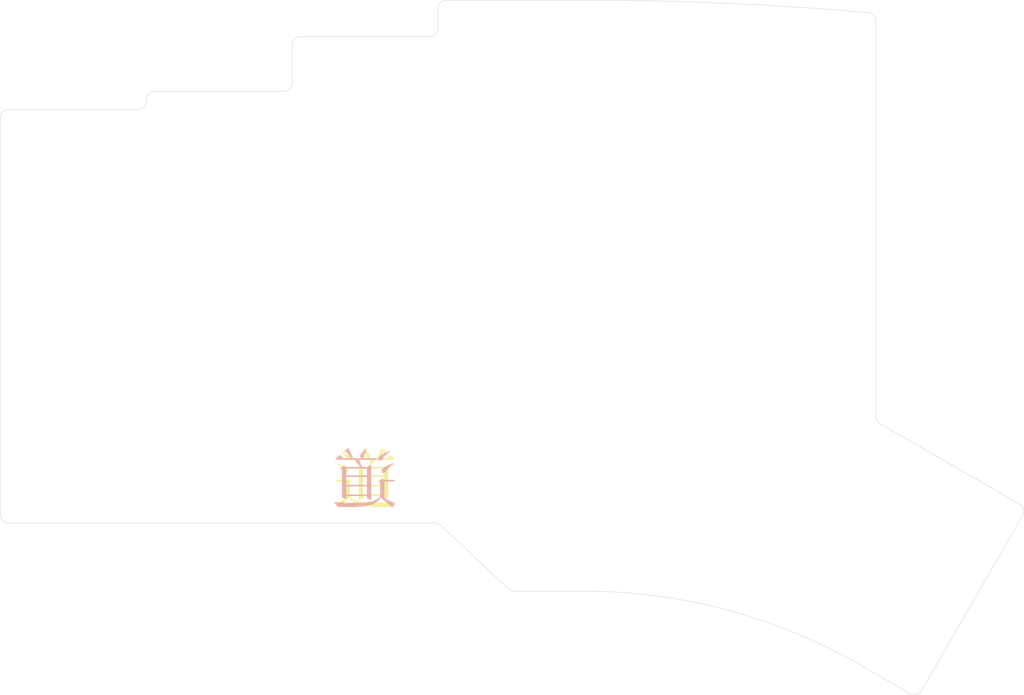
<source format=kicad_pcb>
(kicad_pcb (version 20211014) (generator pcbnew)
  (layers (0 "F.Cu" signal) (31 "B.Cu" signal) (34 "B.Paste" user) (35 "F.Paste" user) (36 "B.SilkS" user "B.Silkscreen") (37 "F.SilkS" user "F.Silkscreen") (38 "B.Mask" user) (39 "F.Mask" user) (44 "Edge.Cuts" user))
  (net 0 "")
  (footprint "dao-choc-ble:Kailh_PG1350_plate_cutout" (layer "F.Cu") (at 9 8.5)
    (fp_text reference "REF**" hide)
    (fp_text value "Kailh_PG1350_plate_cutout" hide)
    (pad "" np_thru_hole oval locked (at 0 6.45) (size 13.9 1) (drill oval 13.9 1) (layers *.Cu *.Mask))
    (pad "" np_thru_hole oval locked (at 6.45 0 90) (size 13.9 1) (drill oval 13.9 1) (layers *.Cu *.Mask))
    (pad "" np_thru_hole oval locked (at -6.45 0 90) (size 13.9 1) (drill oval 13.9 1) (layers *.Cu *.Mask))
    (pad "" np_thru_hole oval locked (at 0 -6.45) (size 13.9 1) (drill oval 13.9 1) (layers *.Cu *.Mask))
  )
  (footprint "dao-choc-ble:Kailh_PG1350_plate_cutout" (layer "F.Cu") (at 9 25.5)
    (fp_text reference "REF**" hide)
    (fp_text value "Kailh_PG1350_plate_cutout" hide)
    (pad "" np_thru_hole oval locked (at 0 -6.45) (size 13.9 1) (drill oval 13.9 1) (layers *.Cu *.Mask))
    (pad "" np_thru_hole oval locked (at 0 6.45) (size 13.9 1) (drill oval 13.9 1) (layers *.Cu *.Mask))
    (pad "" np_thru_hole oval locked (at 6.45 0 90) (size 13.9 1) (drill oval 13.9 1) (layers *.Cu *.Mask))
    (pad "" np_thru_hole oval locked (at -6.45 0 90) (size 13.9 1) (drill oval 13.9 1) (layers *.Cu *.Mask))
  )
  (footprint "dao-choc-ble:Kailh_PG1350_plate_cutout" (layer "F.Cu") (at 9 42.5)
    (fp_text reference "REF**" hide)
    (fp_text value "Kailh_PG1350_plate_cutout" hide)
    (pad "" np_thru_hole oval locked (at 0 6.45) (size 13.9 1) (drill oval 13.9 1) (layers *.Cu *.Mask))
    (pad "" np_thru_hole oval locked (at 6.45 0 90) (size 13.9 1) (drill oval 13.9 1) (layers *.Cu *.Mask))
    (pad "" np_thru_hole oval locked (at 0 -6.45) (size 13.9 1) (drill oval 13.9 1) (layers *.Cu *.Mask))
    (pad "" np_thru_hole oval locked (at -6.45 0 90) (size 13.9 1) (drill oval 13.9 1) (layers *.Cu *.Mask))
  )
  (footprint "dao-choc-ble:Kailh_PG1350_plate_cutout" (layer "F.Cu") (at 27 6.25)
    (fp_text reference "REF**" hide)
    (fp_text value "Kailh_PG1350_plate_cutout" hide)
    (pad "" np_thru_hole oval locked (at 0 6.45) (size 13.9 1) (drill oval 13.9 1) (layers *.Cu *.Mask))
    (pad "" np_thru_hole oval locked (at -6.45 0 90) (size 13.9 1) (drill oval 13.9 1) (layers *.Cu *.Mask))
    (pad "" np_thru_hole oval locked (at 0 -6.45) (size 13.9 1) (drill oval 13.9 1) (layers *.Cu *.Mask))
    (pad "" np_thru_hole oval locked (at 6.45 0 90) (size 13.9 1) (drill oval 13.9 1) (layers *.Cu *.Mask))
  )
  (footprint "dao-choc-ble:Kailh_PG1350_plate_cutout" (layer "F.Cu") (at 27 23.25)
    (fp_text reference "REF**" hide)
    (fp_text value "Kailh_PG1350_plate_cutout" hide)
    (pad "" np_thru_hole oval locked (at -6.45 0 90) (size 13.9 1) (drill oval 13.9 1) (layers *.Cu *.Mask))
    (pad "" np_thru_hole oval locked (at 0 -6.45) (size 13.9 1) (drill oval 13.9 1) (layers *.Cu *.Mask))
    (pad "" np_thru_hole oval locked (at 6.45 0 90) (size 13.9 1) (drill oval 13.9 1) (layers *.Cu *.Mask))
    (pad "" np_thru_hole oval locked (at 0 6.45) (size 13.9 1) (drill oval 13.9 1) (layers *.Cu *.Mask))
  )
  (footprint "dao-choc-ble:Kailh_PG1350_plate_cutout" (layer "F.Cu") (at 27 40.25)
    (fp_text reference "REF**" hide)
    (fp_text value "Kailh_PG1350_plate_cutout" hide)
    (pad "" np_thru_hole oval locked (at 6.45 0 90) (size 13.9 1) (drill oval 13.9 1) (layers *.Cu *.Mask))
    (pad "" np_thru_hole oval locked (at 0 6.45) (size 13.9 1) (drill oval 13.9 1) (layers *.Cu *.Mask))
    (pad "" np_thru_hole oval locked (at 0 -6.45) (size 13.9 1) (drill oval 13.9 1) (layers *.Cu *.Mask))
    (pad "" np_thru_hole oval locked (at -6.45 0 90) (size 13.9 1) (drill oval 13.9 1) (layers *.Cu *.Mask))
  )
  (footprint "dao-choc-ble:Kailh_PG1350_plate_cutout" (layer "F.Cu") (at 45 -0.499999)
    (fp_text reference "REF**" hide)
    (fp_text value "Kailh_PG1350_plate_cutout" hide)
    (pad "" np_thru_hole oval locked (at -6.45 0 90) (size 13.9 1) (drill oval 13.9 1) (layers *.Cu *.Mask))
    (pad "" np_thru_hole oval locked (at 0 6.45) (size 13.9 1) (drill oval 13.9 1) (layers *.Cu *.Mask))
    (pad "" np_thru_hole oval locked (at 6.45 0 90) (size 13.9 1) (drill oval 13.9 1) (layers *.Cu *.Mask))
    (pad "" np_thru_hole oval locked (at 0 -6.45) (size 13.9 1) (drill oval 13.9 1) (layers *.Cu *.Mask))
  )
  (footprint "dao-choc-ble:Kailh_PG1350_plate_cutout" (layer "F.Cu") (at 45 16.500001)
    (fp_text reference "REF**" hide)
    (fp_text value "Kailh_PG1350_plate_cutout" hide)
    (pad "" np_thru_hole oval locked (at -6.45 0 90) (size 13.9 1) (drill oval 13.9 1) (layers *.Cu *.Mask))
    (pad "" np_thru_hole oval locked (at 0 6.45) (size 13.9 1) (drill oval 13.9 1) (layers *.Cu *.Mask))
    (pad "" np_thru_hole oval locked (at 0 -6.45) (size 13.9 1) (drill oval 13.9 1) (layers *.Cu *.Mask))
    (pad "" np_thru_hole oval locked (at 6.45 0 90) (size 13.9 1) (drill oval 13.9 1) (layers *.Cu *.Mask))
  )
  (footprint "dao-choc-ble:Kailh_PG1350_plate_cutout" (layer "F.Cu") (at 45 33.500001)
    (fp_text reference "REF**" hide)
    (fp_text value "Kailh_PG1350_plate_cutout" hide)
    (pad "" np_thru_hole oval locked (at 6.45 0 90) (size 13.9 1) (drill oval 13.9 1) (layers *.Cu *.Mask))
    (pad "" np_thru_hole oval locked (at -6.45 0 90) (size 13.9 1) (drill oval 13.9 1) (layers *.Cu *.Mask))
    (pad "" np_thru_hole oval locked (at 0 6.45) (size 13.9 1) (drill oval 13.9 1) (layers *.Cu *.Mask))
    (pad "" np_thru_hole oval locked (at 0 -6.45) (size 13.9 1) (drill oval 13.9 1) (layers *.Cu *.Mask))
  )
  (footprint "dao-choc-ble:Kailh_PG1350_plate_cutout" (layer "F.Cu") (at 81 -0.499999)
    (fp_text reference "REF**" hide)
    (fp_text value "Kailh_PG1350_plate_cutout" hide)
    (pad "" np_thru_hole oval locked (at -6.45 0 90) (size 13.9 1) (drill oval 13.9 1) (layers *.Cu *.Mask))
    (pad "" np_thru_hole oval locked (at 0 -6.45) (size 13.9 1) (drill oval 13.9 1) (layers *.Cu *.Mask))
    (pad "" np_thru_hole oval locked (at 0 6.45) (size 13.9 1) (drill oval 13.9 1) (layers *.Cu *.Mask))
    (pad "" np_thru_hole oval locked (at 6.45 0 90) (size 13.9 1) (drill oval 13.9 1) (layers *.Cu *.Mask))
  )
  (footprint "dao-choc-ble:Kailh_PG1350_plate_cutout" (layer "F.Cu") (at 81 16.500001)
    (fp_text reference "REF**" hide)
    (fp_text value "Kailh_PG1350_plate_cutout" hide)
    (pad "" np_thru_hole oval locked (at 0 6.45) (size 13.9 1) (drill oval 13.9 1) (layers *.Cu *.Mask))
    (pad "" np_thru_hole oval locked (at 6.45 0 90) (size 13.9 1) (drill oval 13.9 1) (layers *.Cu *.Mask))
    (pad "" np_thru_hole oval locked (at 0 -6.45) (size 13.9 1) (drill oval 13.9 1) (layers *.Cu *.Mask))
    (pad "" np_thru_hole oval locked (at -6.45 0 90) (size 13.9 1) (drill oval 13.9 1) (layers *.Cu *.Mask))
  )
  (footprint "dao-choc-ble:Kailh_PG1350_plate_cutout" (layer "F.Cu") (at 81 33.500001)
    (fp_text reference "REF**" hide)
    (fp_text value "Kailh_PG1350_plate_cutout" hide)
    (pad "" np_thru_hole oval locked (at 0 -6.45) (size 13.9 1) (drill oval 13.9 1) (layers *.Cu *.Mask))
    (pad "" np_thru_hole oval locked (at -6.45 0 90) (size 13.9 1) (drill oval 13.9 1) (layers *.Cu *.Mask))
    (pad "" np_thru_hole oval locked (at 0 6.45) (size 13.9 1) (drill oval 13.9 1) (layers *.Cu *.Mask))
    (pad "" np_thru_hole oval locked (at 6.45 0 90) (size 13.9 1) (drill oval 13.9 1) (layers *.Cu *.Mask))
  )
  (footprint "dao-choc-ble:Kailh_PG1350_plate_cutout" (layer "F.Cu") (at 63 -4.999999)
    (fp_text reference "REF**" hide)
    (fp_text value "Kailh_PG1350_plate_cutout" hide)
    (pad "" np_thru_hole oval locked (at 6.45 0 90) (size 13.9 1) (drill oval 13.9 1) (layers *.Cu *.Mask))
    (pad "" np_thru_hole oval locked (at -6.45 0 90) (size 13.9 1) (drill oval 13.9 1) (layers *.Cu *.Mask))
    (pad "" np_thru_hole oval locked (at 0 -6.45) (size 13.9 1) (drill oval 13.9 1) (layers *.Cu *.Mask))
    (pad "" np_thru_hole oval locked (at 0 6.45) (size 13.9 1) (drill oval 13.9 1) (layers *.Cu *.Mask))
  )
  (footprint "dao-choc-ble:Kailh_PG1350_plate_cutout" (layer "F.Cu") (at 63 12.000001)
    (fp_text reference "REF**" hide)
    (fp_text value "Kailh_PG1350_plate_cutout" hide)
    (pad "" np_thru_hole oval locked (at -6.45 0 90) (size 13.9 1) (drill oval 13.9 1) (layers *.Cu *.Mask))
    (pad "" np_thru_hole oval locked (at 6.45 0 90) (size 13.9 1) (drill oval 13.9 1) (layers *.Cu *.Mask))
    (pad "" np_thru_hole oval locked (at 0 6.45) (size 13.9 1) (drill oval 13.9 1) (layers *.Cu *.Mask))
    (pad "" np_thru_hole oval locked (at 0 -6.45) (size 13.9 1) (drill oval 13.9 1) (layers *.Cu *.Mask))
  )
  (footprint "dao-choc-ble:Kailh_PG1350_plate_cutout" (layer "F.Cu") (at 63 29.000001)
    (fp_text reference "REF**" hide)
    (fp_text value "Kailh_PG1350_plate_cutout" hide)
    (pad "" np_thru_hole oval locked (at 0 6.45) (size 13.9 1) (drill oval 13.9 1) (layers *.Cu *.Mask))
    (pad "" np_thru_hole oval locked (at 0 -6.45) (size 13.9 1) (drill oval 13.9 1) (layers *.Cu *.Mask))
    (pad "" np_thru_hole oval locked (at 6.45 0 90) (size 13.9 1) (drill oval 13.9 1) (layers *.Cu *.Mask))
    (pad "" np_thru_hole oval locked (at -6.45 0 90) (size 13.9 1) (drill oval 13.9 1) (layers *.Cu *.Mask))
  )
  (footprint "dao-choc-ble:Kailh_PG1350_plate_cutout" (layer "F.Cu") (at 98.999999 1.75)
    (fp_text reference "REF**" hide)
    (fp_text value "Kailh_PG1350_plate_cutout" hide)
    (pad "" np_thru_hole oval locked (at -6.45 0 90) (size 13.9 1) (drill oval 13.9 1) (layers *.Cu *.Mask))
    (pad "" np_thru_hole oval locked (at 6.45 0 90) (size 13.9 1) (drill oval 13.9 1) (layers *.Cu *.Mask))
    (pad "" np_thru_hole oval locked (at 0 -6.45) (size 13.9 1) (drill oval 13.9 1) (layers *.Cu *.Mask))
    (pad "" np_thru_hole oval locked (at 0 6.45) (size 13.9 1) (drill oval 13.9 1) (layers *.Cu *.Mask))
  )
  (footprint "dao-choc-ble:Kailh_PG1350_plate_cutout" (layer "F.Cu") (at 98.999999 18.75)
    (fp_text reference "REF**" hide)
    (fp_text value "Kailh_PG1350_plate_cutout" hide)
    (pad "" np_thru_hole oval locked (at 0 6.45) (size 13.9 1) (drill oval 13.9 1) (layers *.Cu *.Mask))
    (pad "" np_thru_hole oval locked (at -6.45 0 90) (size 13.9 1) (drill oval 13.9 1) (layers *.Cu *.Mask))
    (pad "" np_thru_hole oval locked (at 6.45 0 90) (size 13.9 1) (drill oval 13.9 1) (layers *.Cu *.Mask))
    (pad "" np_thru_hole oval locked (at 0 -6.45) (size 13.9 1) (drill oval 13.9 1) (layers *.Cu *.Mask))
  )
  (footprint "dao-choc-ble:Kailh_PG1350_plate_cutout" (layer "F.Cu") (at 98.999999 35.75)
    (fp_text reference "REF**" hide)
    (fp_text value "Kailh_PG1350_plate_cutout" hide)
    (pad "" np_thru_hole oval locked (at 0 -6.45) (size 13.9 1) (drill oval 13.9 1) (layers *.Cu *.Mask))
    (pad "" np_thru_hole oval locked (at 0 6.45) (size 13.9 1) (drill oval 13.9 1) (layers *.Cu *.Mask))
    (pad "" np_thru_hole oval locked (at 6.45 0 90) (size 13.9 1) (drill oval 13.9 1) (layers *.Cu *.Mask))
    (pad "" np_thru_hole oval locked (at -6.45 0 90) (size 13.9 1) (drill oval 13.9 1) (layers *.Cu *.Mask))
  )
  (footprint "dao-choc-ble:Kailh_PG1350_plate_cutout" (layer "F.Cu") (at 72 50.938152)
    (fp_text reference "REF**" hide)
    (fp_text value "Kailh_PG1350_plate_cutout" hide)
    (pad "" np_thru_hole oval locked (at 6.45 0 90) (size 13.9 1) (drill oval 13.9 1) (layers *.Cu *.Mask))
    (pad "" np_thru_hole oval locked (at -6.45 0 90) (size 13.9 1) (drill oval 13.9 1) (layers *.Cu *.Mask))
    (pad "" np_thru_hole oval locked (at 0 6.45) (size 13.9 1) (drill oval 13.9 1) (layers *.Cu *.Mask))
    (pad "" np_thru_hole oval locked (at 0 -6.45) (size 13.9 1) (drill oval 13.9 1) (layers *.Cu *.Mask))
  )
  (footprint "dao-choc-ble:Kailh_PG1350_plate_cutout" (layer "F.Cu") (at 91.893294 53.557154 -15)
    (fp_text reference "REF**" hide)
    (fp_text value "Kailh_PG1350_plate_cutout" hide)
    (pad "" np_thru_hole oval locked (at -6.45 0 75) (size 13.9 1) (drill oval 13.9 1) (layers *.Cu *.Mask))
    (pad "" np_thru_hole oval locked (at 0 6.45 345) (size 13.9 1) (drill oval 13.9 1) (layers *.Cu *.Mask))
    (pad "" np_thru_hole oval locked (at 0 -6.45 345) (size 13.9 1) (drill oval 13.9 1) (layers *.Cu *.Mask))
    (pad "" np_thru_hole oval locked (at 6.45 0 75) (size 13.9 1) (drill oval 13.9 1) (layers *.Cu *.Mask))
  )
  (footprint "dao-choc-ble:Kailh_PG1350_plate_cutout" (layer "F.Cu") (at 112.49788 56.655552 60)
    (fp_text reference "REF**" hide)
    (fp_text value "Kailh_PG1350_plate_cutout" hide)
    (pad "" np_thru_hole oval locked (at 0 -6.45 60) (size 13.9 1) (drill oval 13.9 1) (layers *.Cu *.Mask))
    (pad "" np_thru_hole oval locked (at 6.45 0 150) (size 13.9 1) (drill oval 13.9 1) (layers *.Cu *.Mask))
    (pad "" np_thru_hole oval locked (at -6.45 0 150) (size 13.9 1) (drill oval 13.9 1) (layers *.Cu *.Mask))
    (pad "" np_thru_hole oval locked (at 0 6.45 60) (size 13.9 1) (drill oval 13.9 1) (layers *.Cu *.Mask))
  )
  (footprint "dao-choc-ble:Hole_2.2mm" (layer "F.Cu") (at 17.707012 17)
    (fp_text reference "REF**" hide)
    (fp_text value "Hole_2.2mm" hide)
    (pad "" np_thru_hole circle locked (at 0 0 270) (size 2.2 2.2) (drill 2.2) (layers *.Cu *.Mask))
  )
  (footprint "dao-choc-ble:Hole_2.2mm" (layer "F.Cu") (at 17.707012 34)
    (fp_text reference "REF**" hide)
    (fp_text value "Hole_2.2mm" hide)
    (pad "" np_thru_hole circle locked (at 0 0 270) (size 2.2 2.2) (drill 2.2) (layers *.Cu *.Mask))
  )
  (footprint "dao-choc-ble:Hole_2.2mm" (layer "F.Cu") (at 70.030923 39.969076)
    (fp_text reference "REF**" hide)
    (fp_text value "Hole_2.2mm" hide)
    (pad "" np_thru_hole circle locked (at 0 0 270) (size 2.2 2.2) (drill 2.2) (layers *.Cu *.Mask))
  )
  (footprint "dao-choc-ble:Hole_2.2mm" (layer "F.Cu") (at 90.292987 10.25)
    (fp_text reference "REF**" hide)
    (fp_text value "Hole_2.2mm" hide)
    (pad "" np_thru_hole circle locked (at 0 0 270) (size 2.2 2.2) (drill 2.2) (layers *.Cu *.Mask))
  )
  (footprint "dao-choc-ble:Hole_2.2mm" (layer "F.Cu") (at 104.958224 47.071539)
    (fp_text reference "REF**" hide)
    (fp_text value "Hole_2.2mm" hide)
    (pad "" np_thru_hole circle locked (at 0 0 270) (size 2.2 2.2) (drill 2.2) (layers *.Cu *.Mask))
  )
  (footprint "dao-choc-ble:dao-logo-small" (layer "F.Cu") (at 45 45.5)
    (fp_text reference "G***" hide)
    (fp_text value "LOGO" hide)
  )
  (footprint "dao-choc-ble:dao-logo-small" (layer "B.Cu") (at 45 45.5 180)
    (fp_text reference "G***" hide)
    (fp_text value "LOGO" hide)
  )
  (gr_arc (start 54 -9.999999) (mid 53.707107 -9.292892) (end 53 -8.999999) (layer "Edge.Cuts") (width 0.05))
  (gr_arc (start 18 -1.249999) (mid 18.292893 -1.957106) (end 19 -2.249999) (layer "Edge.Cuts") (width 0.05))
  (gr_arc (start 107.087227 -11.966793) (mid 107.737301 -11.646169) (end 108 -10.970605) (layer "Edge.Cuts") (width 0.05))
  (gr_arc (start 53.60453 51) (mid 53.972286 51.070078) (end 54.288499 51.270489) (layer "Edge.Cuts") (width 0.05))
  (gr_arc (start 72 -13.499999) (mid 89.560355 -13.116515) (end 107.087227 -11.966793) (layer "Edge.Cuts") (width 0.05))
  (gr_arc (start 125.743071 48.714209) (mid 126.208997 49.321415) (end 126.109096 50.080234) (layer "Edge.Cuts") (width 0.05))
  (gr_line (start 108.499999 38.758917) (end 125.743071 48.714209) (layer "Edge.Cuts") (width 0.05))
  (gr_line (start 55 -13.499999) (end 71.999999 -13.499999) (layer "Edge.Cuts") (width 0.05))
  (gr_arc (start 17.999999 -0.999999) (mid 17.707106 -0.292893) (end 17 0) (layer "Edge.Cuts") (width 0.05))
  (gr_arc (start 89.693332 61.767524) (mid 97.930011 64.546234) (end 105.74788 68.346895) (layer "Edge.Cuts") (width 0.05))
  (gr_line (start 54 -9.999999) (end 54 -12.499999) (layer "Edge.Cuts") (width 0.05))
  (gr_arc (start 71.999999 59.438152) (mid 80.923003 60.022996) (end 89.693332 61.767523) (layer "Edge.Cuts") (width 0.05))
  (gr_line (start 36 -3.249999) (end 36 -7.999999) (layer "Edge.Cuts") (width 0.05))
  (gr_arc (start 36 -7.999999) (mid 36.292893 -8.707106) (end 37 -8.999999) (layer "Edge.Cuts") (width 0.05))
  (gr_arc (start 63.395469 59.438152) (mid 63.027713 59.368074) (end 62.7115 59.167663) (layer "Edge.Cuts") (width 0.05))
  (gr_line (start 0 50) (end 0 1.000001) (layer "Edge.Cuts") (width 0.05))
  (gr_line (start 53.60453 51) (end 0.999999 51) (layer "Edge.Cuts") (width 0.05))
  (gr_arc (start 53.999999 -12.5) (mid 54.292893 -13.207106) (end 55 -13.499999) (layer "Edge.Cuts") (width 0.05))
  (gr_line (start 18 -0.999999) (end 18 -1.249999) (layer "Edge.Cuts") (width 0.05))
  (gr_line (start 37 -8.999999) (end 53 -8.999999) (layer "Edge.Cuts") (width 0.05))
  (gr_arc (start 113.609097 71.730869) (mid 113.00189 72.196795) (end 112.243071 72.096895) (layer "Edge.Cuts") (width 0.05))
  (gr_line (start 19 -2.249999) (end 35 -2.249999) (layer "Edge.Cuts") (width 0.05))
  (gr_arc (start 0.999999 50.999999) (mid 0.292893 50.707106) (end 0 50) (layer "Edge.Cuts") (width 0.05))
  (gr_arc (start 108.499999 38.758916) (mid 108.133974 38.392891) (end 107.999999 37.892891) (layer "Edge.Cuts") (width 0.05))
  (gr_line (start 112.243071 72.096895) (end 105.74788 68.346895) (layer "Edge.Cuts") (width 0.05))
  (gr_line (start 72 59.438152) (end 63.395469 59.438152) (layer "Edge.Cuts") (width 0.05))
  (gr_line (start 62.7115 59.167663) (end 54.288499 51.270489) (layer "Edge.Cuts") (width 0.05))
  (gr_arc (start 36 -3.249999) (mid 35.707107 -2.542892) (end 35 -2.249999) (layer "Edge.Cuts") (width 0.05))
  (gr_line (start 0.999999 0) (end 17 0) (layer "Edge.Cuts") (width 0.05))
  (gr_line (start 126.109096 50.080234) (end 113.609096 71.730869) (layer "Edge.Cuts") (width 0.05))
  (gr_arc (start 0 1.000001) (mid 0.292893 0.292894) (end 0.999999 0) (layer "Edge.Cuts") (width 0.05))
  (gr_line (start 108 -10.970605) (end 107.999999 37.892891) (layer "Edge.Cuts") (width 0.05))
)
</source>
